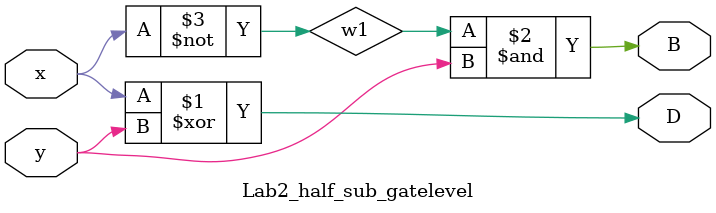
<source format=v>
module Lab2_half_sub_gatelevel(input x, y, output B, D);
	wire	w1;

	xor	#(4) G1(D,x,y);
	not	     G2(w1,x);
	and	#(2) G3(B,w1,y);
endmodule
</source>
